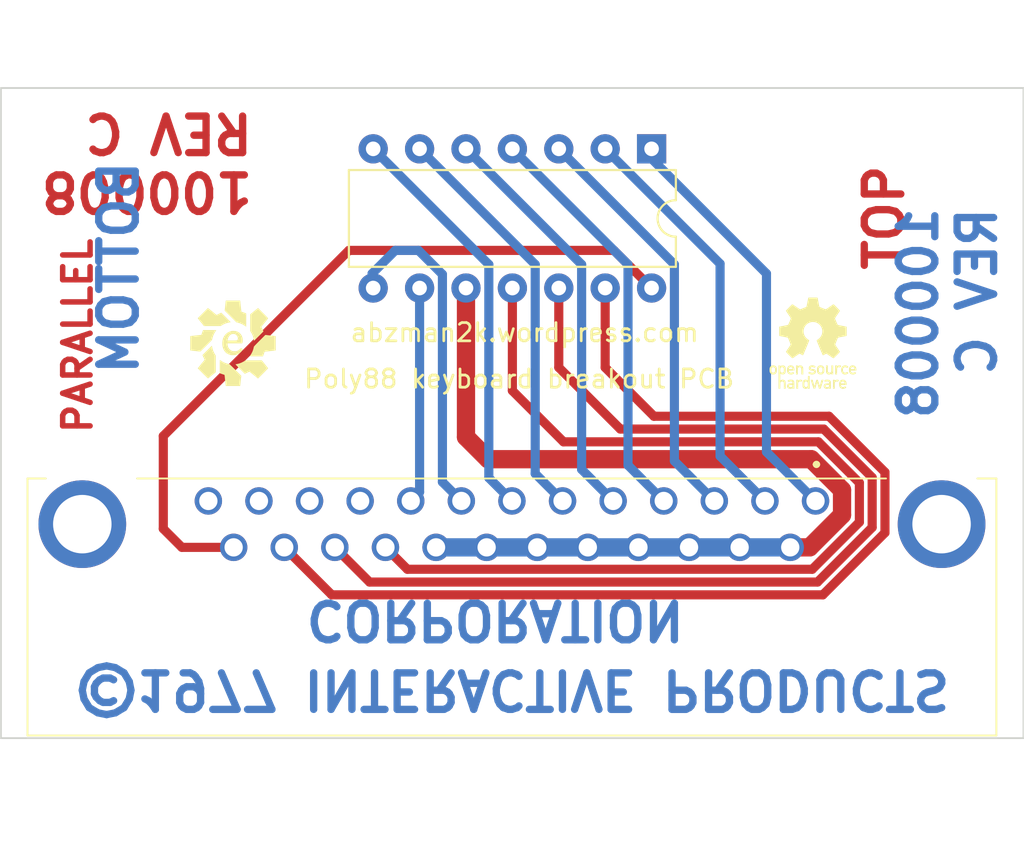
<source format=kicad_pcb>
(kicad_pcb (version 20241229) (generator "pcbnew") (generator_version "9.0")
  (layers (0 "F.Cu" signal) (2 "B.Cu" signal) (13 "F.Paste" user) (15 "B.Paste" user) (5 "F.SilkS" user "F.Silkscreen") (7 "B.SilkS" user "B.Silkscreen") (1 "F.Mask" user) (3 "B.Mask" user) (25 "Edge.Cuts" user))
  (net 0 "")
  (net 1 "KD0")
  (net 2 "KD1")
  (net 3 "KD2")
  (net 4 "KD3")
  (net 5 "KD4")
  (net 6 "KD5")
  (net 7 "KD6")
  (net 8 "KD7")
  (net 9 "KDEP")
  (net 10 "GND")
  (net 11 "-VDC")
  (net 12 "+VDC")
  (net 17 "G1")
  (net 18 "G2")
  (footprint "Evan's parts:OSHW gear" (layer "F.Cu") (at 44.45 13.97)
    (property "Reference" "G***" (hide yes))
    (property "Value" "LOGO" (hide yes))
  )
  (footprint "Evan's parts:Evan Logo" (layer "F.Cu") (at 12.7 13.97)
    (property "Reference" "G***" (hide yes))
    (property "Value" "LOGO" (hide yes))
  )
  (footprint "Package_DIP:DIP-14_W7.62mm" (layer "F.Cu") (at 35.62 3.33 -90)
    (property "Reference" "J2" (hide yes))
    (property "Value" "Conn_02x07_Counter_Clockwise")
    (pad "1" thru_hole rect (at 0 0 270) (size 1.6 1.6) (drill 0.8) (layers "*.Cu" "*.Mask") (net 1 "KD0"))
    (pad "2" thru_hole oval (at 0 2.54 270) (size 1.6 1.6) (drill 0.8) (layers "*.Cu" "*.Mask") (net 2 "KD1"))
    (pad "3" thru_hole oval (at 0 5.08 270) (size 1.6 1.6) (drill 0.8) (layers "*.Cu" "*.Mask") (net 3 "KD2"))
    (pad "4" thru_hole oval (at 0 7.62 270) (size 1.6 1.6) (drill 0.8) (layers "*.Cu" "*.Mask") (net 4 "KD3"))
    (pad "5" thru_hole oval (at 0 10.16 270) (size 1.6 1.6) (drill 0.8) (layers "*.Cu" "*.Mask") (net 5 "KD4"))
    (pad "6" thru_hole oval (at 0 12.7 270) (size 1.6 1.6) (drill 0.8) (layers "*.Cu" "*.Mask") (net 6 "KD5"))
    (pad "7" thru_hole oval (at 0 15.24 270) (size 1.6 1.6) (drill 0.8) (layers "*.Cu" "*.Mask") (net 7 "KD6"))
    (pad "8" thru_hole oval (at 7.62 15.24 270) (size 1.6 1.6) (drill 0.8) (layers "*.Cu" "*.Mask") (net 8 "KD7"))
    (pad "9" thru_hole oval (at 7.62 12.7 270) (size 1.6 1.6) (drill 0.8) (layers "*.Cu" "*.Mask") (net 9 "KDEP"))
    (pad "10" thru_hole oval (at 7.62 10.16 270) (size 1.6 1.6) (drill 0.8) (layers "*.Cu" "*.Mask") (net 10 "GND"))
    (pad "11" thru_hole oval (at 7.62 7.62 270) (size 1.6 1.6) (drill 0.8) (layers "*.Cu" "*.Mask") (net 17 "G1"))
    (pad "12" thru_hole oval (at 7.62 5.08 270) (size 1.6 1.6) (drill 0.8) (layers "*.Cu" "*.Mask") (net 18 "G2"))
    (pad "13" thru_hole oval (at 7.62 2.54 270) (size 1.6 1.6) (drill 0.8) (layers "*.Cu" "*.Mask") (net 11 "-VDC"))
    (pad "14" thru_hole oval (at 7.62 0 270) (size 1.6 1.6) (drill 0.8) (layers "*.Cu" "*.Mask") (net 12 "+VDC"))
  )
  (footprint "Evan's parts:amphenol db25" (layer "F.Cu") (at 44.596 22.606)
    (property "Reference" "J1" (hide yes))
    (property "Value" "DB25_Female" (hide yes))
    (pad "1" thru_hole circle (at 0 0) (size 1.5 1.5) (drill 1) (layers "*.Cu" "*.Mask") (net 1 "KD0"))
    (pad "2" thru_hole circle (at -2.77 0) (size 1.5 1.5) (drill 1) (layers "*.Cu" "*.Mask") (net 2 "KD1"))
    (pad "3" thru_hole circle (at -5.54 0) (size 1.5 1.5) (drill 1) (layers "*.Cu" "*.Mask") (net 3 "KD2"))
    (pad "4" thru_hole circle (at -8.31 0) (size 1.5 1.5) (drill 1) (layers "*.Cu" "*.Mask") (net 4 "KD3"))
    (pad "5" thru_hole circle (at -11.08 0) (size 1.5 1.5) (drill 1) (layers "*.Cu" "*.Mask") (net 5 "KD4"))
    (pad "6" thru_hole circle (at -13.85 0) (size 1.5 1.5) (drill 1) (layers "*.Cu" "*.Mask") (net 6 "KD5"))
    (pad "7" thru_hole circle (at -16.62 0) (size 1.5 1.5) (drill 1) (layers "*.Cu" "*.Mask") (net 7 "KD6"))
    (pad "8" thru_hole circle (at -19.39 0) (size 1.5 1.5) (drill 1) (layers "*.Cu" "*.Mask") (net 8 "KD7"))
    (pad "9" thru_hole circle (at -22.16 0) (size 1.5 1.5) (drill 1) (layers "*.Cu" "*.Mask") (net 9 "KDEP"))
    (pad "10" thru_hole circle (at -24.93 0) (size 1.5 1.5) (drill 1) (layers "*.Cu" "*.Mask"))
    (pad "11" thru_hole circle (at -27.7 0) (size 1.5 1.5) (drill 1) (layers "*.Cu" "*.Mask"))
    (pad "12" thru_hole circle (at -30.47 0) (size 1.5 1.5) (drill 1) (layers "*.Cu" "*.Mask"))
    (pad "13" thru_hole circle (at -33.24 0) (size 1.5 1.5) (drill 1) (layers "*.Cu" "*.Mask"))
    (pad "14" thru_hole circle (at -1.385 2.54) (size 1.5 1.5) (drill 1) (layers "*.Cu" "*.Mask") (net 10 "GND"))
    (pad "15" thru_hole circle (at -4.155 2.54) (size 1.5 1.5) (drill 1) (layers "*.Cu" "*.Mask") (net 10 "GND"))
    (pad "16" thru_hole circle (at -6.925 2.54) (size 1.5 1.5) (drill 1) (layers "*.Cu" "*.Mask") (net 10 "GND"))
    (pad "17" thru_hole circle (at -9.695 2.54) (size 1.5 1.5) (drill 1) (layers "*.Cu" "*.Mask") (net 10 "GND"))
    (pad "18" thru_hole circle (at -12.465 2.54) (size 1.5 1.5) (drill 1) (layers "*.Cu" "*.Mask") (net 10 "GND"))
    (pad "19" thru_hole circle (at -15.235 2.54) (size 1.5 1.5) (drill 1) (layers "*.Cu" "*.Mask") (net 10 "GND"))
    (pad "20" thru_hole circle (at -18.005 2.54) (size 1.5 1.5) (drill 1) (layers "*.Cu" "*.Mask") (net 10 "GND"))
    (pad "21" thru_hole circle (at -20.775 2.54) (size 1.5 1.5) (drill 1) (layers "*.Cu" "*.Mask") (net 10 "GND"))
    (pad "22" thru_hole circle (at -23.545 2.54) (size 1.5 1.5) (drill 1) (layers "*.Cu" "*.Mask") (net 17 "G1"))
    (pad "23" thru_hole circle (at -26.315 2.54) (size 1.5 1.5) (drill 1) (layers "*.Cu" "*.Mask") (net 18 "G2"))
    (pad "24" thru_hole circle (at -29.085 2.54) (size 1.5 1.5) (drill 1) (layers "*.Cu" "*.Mask") (net 11 "-VDC"))
    (pad "25" thru_hole circle (at -31.855 2.54) (size 1.5 1.5) (drill 1) (layers "*.Cu" "*.Mask") (net 12 "+VDC"))
    (pad "MH1" thru_hole circle (at 6.9 1.27) (size 4.8 4.8) (drill 3.2) (layers "*.Cu" "*.Mask"))
    (pad "MH2" thru_hole circle (at -40.14 1.27) (size 4.8 4.8) (drill 3.2) (layers "*.Cu" "*.Mask"))
  )
  (gr_rect (start 0 0) (end 55.98 35.59) (stroke (width 0.1)) (fill no) (layer "Edge.Cuts"))
  (gr_text "TOP" (at 49.53 10.16 90) (layer "F.Cu") (effects (font (size 2 2) (thickness 0.4) (bold yes)) (justify left bottom)))
  (gr_text "100008\nREV C" (at 13.97 1.27 180) (layer "F.Cu") (effects (font (size 2 2) (thickness 0.4) (bold yes)) (justify left bottom)))
  (gr_text "PARALLEL" (at 5.08 19.05 90) (layer "F.Cu") (effects (font (size 1.5 1.5) (thickness 0.3) (bold yes)) (justify left bottom)))
  (gr_text "BOTTOM" (at 7.62 3.81 90) (layer "B.Cu") (effects (font (size 2 2) (thickness 0.4) (bold yes)) (justify left bottom mirror)))
  (gr_text "CORPORATION" (at 16.51 27.94 180) (layer "B.Cu") (effects (font (size 2 2) (thickness 0.4) (bold yes)) (justify left bottom mirror)))
  (gr_text "100008\nREV C" (at 54.61 6.35 90) (layer "B.Cu") (effects (font (size 2 2) (thickness 0.4) (bold yes)) (justify left bottom mirror)))
  (gr_text "©1977 INTERACTIVE PRODUCTS" (at 3.81 31.75 180) (layer "B.Cu") (effects (font (size 2 2) (thickness 0.4) (bold yes)) (justify left bottom mirror)))
  (gr_text "Poly88 keyboard breakout PCB" (at 16.51 16.51 0) (layer "F.SilkS") (effects (font (size 1 1)) (justify left bottom)))
  (gr_text "abzman2k.wordpress.com" (at 19.05 13.97 0) (layer "F.SilkS") (effects (font (size 1 1)) (justify left bottom)))
  (segment (start 41.91 19.92) (end 44.596 22.606) (width 0.5) (layer "B.Cu") (net 1))
  (segment (start 35.62 3.87) (end 41.91 10.16) (width 0.5) (layer "B.Cu") (net 1))
  (segment (start 41.91 10.16) (end 41.91 19.92) (width 0.5) (layer "B.Cu") (net 1))
  (segment (start 35.62 3.33) (end 35.62 3.87) (width 0.5) (layer "B.Cu") (net 1))
  (segment (start 39.37 9.62) (end 33.08 3.33) (width 0.5) (layer "B.Cu") (net 2))
  (segment (start 39.37 20.15) (end 39.37 9.62) (width 0.5) (layer "B.Cu") (net 2))
  (segment (start 41.826 22.606) (end 39.37 20.15) (width 0.5) (layer "B.Cu") (net 2))
  (segment (start 36.87 9.66) (end 36.87 20.42) (width 0.5) (layer "B.Cu") (net 3))
  (segment (start 30.54 3.33) (end 36.87 9.66) (width 0.5) (layer "B.Cu") (net 3))
  (segment (start 36.87 20.42) (end 39.056 22.606) (width 0.5) (layer "B.Cu") (net 3))
  (segment (start 34.33 20.65) (end 36.286 22.606) (width 0.5) (layer "B.Cu") (net 4))
  (segment (start 28 3.33) (end 34.33 9.66) (width 0.5) (layer "B.Cu") (net 4))
  (segment (start 34.33 9.66) (end 34.33 20.65) (width 0.5) (layer "B.Cu") (net 4))
  (segment (start 25.46 3.33) (end 31.79 9.66) (width 0.5) (layer "B.Cu") (net 5))
  (segment (start 31.79 9.66) (end 31.79 20.88) (width 0.5) (layer "B.Cu") (net 5))
  (segment (start 31.79 20.88) (end 33.516 22.606) (width 0.5) (layer "B.Cu") (net 5))
  (segment (start 29.25 21.11) (end 30.746 22.606) (width 0.5) (layer "B.Cu") (net 6))
  (segment (start 22.92 3.33) (end 29.25 9.66) (width 0.5) (layer "B.Cu") (net 6))
  (segment (start 29.25 9.66) (end 29.25 21.11) (width 0.5) (layer "B.Cu") (net 6))
  (segment (start 26.71 9.66) (end 26.71 21.34) (width 0.5) (layer "B.Cu") (net 7))
  (segment (start 20.38 3.33) (end 26.71 9.66) (width 0.5) (layer "B.Cu") (net 7))
  (segment (start 26.71 21.34) (end 27.976 22.606) (width 0.5) (layer "B.Cu") (net 7))
  (segment (start 20.32 10.89) (end 20.32 10.16) (width 0.5) (layer "B.Cu") (net 8))
  (segment (start 20.32 10.16) (end 21.59 8.89) (width 0.5) (layer "B.Cu") (net 8))
  (segment (start 21.59 8.89) (end 22.86 8.89) (width 0.5) (layer "B.Cu") (net 8))
  (segment (start 24.17 10.2) (end 24.17 21.57) (width 0.5) (layer "B.Cu") (net 8))
  (segment (start 22.86 8.89) (end 24.17 10.2) (width 0.5) (layer "B.Cu") (net 8))
  (segment (start 20.38 10.95) (end 20.32 10.89) (width 0.5) (layer "B.Cu") (net 8))
  (segment (start 24.17 21.57) (end 25.206 22.606) (width 0.5) (layer "B.Cu") (net 8))
  (segment (start 22.92 10.95) (end 22.92 22.122) (width 0.5) (layer "B.Cu") (net 9))
  (segment (start 22.92 22.122) (end 22.436 22.606) (width 0.5) (layer "B.Cu") (net 9))
  (segment (start 25.46 10.95) (end 25.46 19.11) (width 1) (layer "F.Cu") (net 10))
  (segment (start 44.27166 25.146) (end 43.211 25.146) (width 1) (layer "F.Cu") (net 10))
  (segment (start 25.46 19.11) (end 26.67 20.32) (width 1) (layer "F.Cu") (net 10))
  (segment (start 44.36061 20.32) (end 46.046 22.00539) (width 1) (layer "F.Cu") (net 10))
  (segment (start 46.046 22.00539) (end 46.046 23.37166) (width 1) (layer "F.Cu") (net 10))
  (segment (start 26.67 20.32) (end 44.36061 20.32) (width 1) (layer "F.Cu") (net 10))
  (segment (start 46.046 23.37166) (end 44.27166 25.146) (width 1) (layer "F.Cu") (net 10))
  (segment (start 34.901 25.146) (end 32.131 25.146) (width 1) (layer "B.Cu") (net 10))
  (segment (start 26.591 25.146) (end 23.821 25.146) (width 1) (layer "B.Cu") (net 10))
  (segment (start 40.441 25.146) (end 37.671 25.146) (width 1) (layer "B.Cu") (net 10))
  (segment (start 29.361 25.146) (end 26.591 25.146) (width 1) (layer "B.Cu") (net 10))
  (segment (start 32.131 25.146) (end 29.361 25.146) (width 1) (layer "B.Cu") (net 10))
  (segment (start 43.211 25.146) (end 40.441 25.146) (width 1) (layer "B.Cu") (net 10))
  (segment (start 37.671 25.146) (end 34.901 25.146) (width 1) (layer "B.Cu") (net 10))
  (segment (start 33.08 10.95) (end 33.08 15.3) (width 0.5) (layer "F.Cu") (net 11))
  (segment (start 35.75 17.97) (end 45.334012 17.97) (width 0.5) (layer "F.Cu") (net 11))
  (segment (start 45.334012 17.97) (end 48.396 21.03199) (width 0.5) (layer "F.Cu") (net 11))
  (segment (start 18.111 27.746) (end 15.511 25.146) (width 0.5) (layer "F.Cu") (net 11))
  (segment (start 33.08 15.3) (end 35.75 17.97) (width 0.5) (layer "F.Cu") (net 11))
  (segment (start 48.396 21.03199) (end 48.396 24.345062) (width 0.5) (layer "F.Cu") (net 11))
  (segment (start 44.99506 27.746) (end 18.111 27.746) (width 0.5) (layer "F.Cu") (net 11))
  (segment (start 48.396 24.345062) (end 44.99506 27.746) (width 0.5) (layer "F.Cu") (net 11))
  (segment (start 8.89 24.13) (end 9.906 25.146) (width 0.5) (layer "F.Cu") (net 12))
  (segment (start 9.906 25.146) (end 12.741 25.146) (width 0.5) (layer "F.Cu") (net 12))
  (segment (start 8.89 19.05) (end 8.89 24.13) (width 0.5) (layer "F.Cu") (net 12))
  (segment (start 19.05 8.89) (end 8.89 19.05) (width 0.5) (layer "F.Cu") (net 12))
  (segment (start 33.56 8.89) (end 19.05 8.89) (width 0.5) (layer "F.Cu") (net 12))
  (segment (start 35.62 10.95) (end 33.56 8.89) (width 0.5) (layer "F.Cu") (net 12))
  (segment (start 46.996 21.611888) (end 46.996 23.765162) (width 0.5) (layer "F.Cu") (net 17))
  (segment (start 30.8 19.37) (end 44.754112 19.37) (width 0.5) (layer "F.Cu") (net 17))
  (segment (start 44.415162 26.346) (end 22.251 26.346) (width 0.5) (layer "F.Cu") (net 17))
  (segment (start 28 16.57) (end 30.8 19.37) (width 0.5) (layer "F.Cu") (net 17))
  (segment (start 44.754112 19.37) (end 46.996 21.611888) (width 0.5) (layer "F.Cu") (net 17))
  (segment (start 28 10.95) (end 28 16.57) (width 0.5) (layer "F.Cu") (net 17))
  (segment (start 46.996 23.765162) (end 44.415162 26.346) (width 0.5) (layer "F.Cu") (net 17))
  (segment (start 22.251 26.346) (end 21.051 25.146) (width 0.5) (layer "F.Cu") (net 17))
  (segment (start 45.044062 18.67) (end 47.696 21.321939) (width 0.5) (layer "F.Cu") (net 18))
  (segment (start 30.54 15.3) (end 33.91 18.67) (width 0.5) (layer "F.Cu") (net 18))
  (segment (start 47.696 24.055112) (end 44.705111 27.046) (width 0.5) (layer "F.Cu") (net 18))
  (segment (start 47.696 21.321939) (end 47.696 24.055112) (width 0.5) (layer "F.Cu") (net 18))
  (segment (start 20.181 27.046) (end 18.281 25.146) (width 0.5) (layer "F.Cu") (net 18))
  (segment (start 44.705111 27.046) (end 20.181 27.046) (width 0.5) (layer "F.Cu") (net 18))
  (segment (start 33.91 18.67) (end 45.044062 18.67) (width 0.5) (layer "F.Cu") (net 18))
  (segment (start 30.54 10.95) (end 30.54 15.3) (width 0.5) (layer "F.Cu") (net 18))
)
</source>
